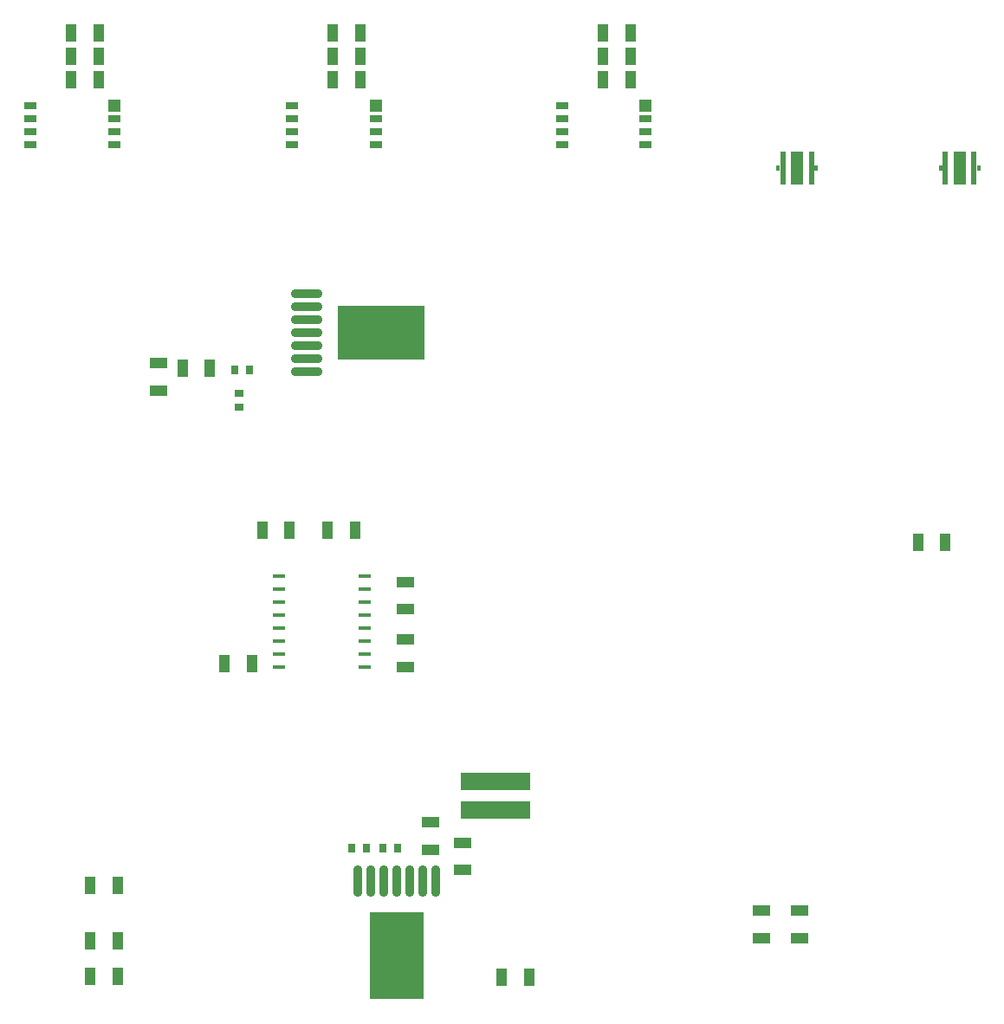
<source format=gtp>
%FSLAX25Y25*%
%MOIN*%
G70*
G01*
G75*
G04 Layer_Color=8421504*
%ADD10R,0.01575X0.01969*%
%ADD11R,0.01969X0.12992*%
%ADD12R,0.05118X0.12992*%
%ADD13R,0.04724X0.03150*%
%ADD14R,0.04724X0.04724*%
%ADD15R,0.04331X0.06693*%
%ADD16R,0.04750X0.01600*%
%ADD17R,0.06693X0.04331*%
%ADD18R,0.03543X0.03150*%
%ADD19R,0.03150X0.03543*%
%ADD20O,0.12047X0.03504*%
%ADD21R,0.33622X0.21063*%
%ADD22O,0.03504X0.12047*%
%ADD23R,0.21063X0.33622*%
%ADD24R,0.26772X0.07087*%
%ADD25C,0.01000*%
%ADD26C,0.05906*%
%ADD27R,0.05906X0.05906*%
%ADD28C,0.19400*%
%ADD29R,0.05906X0.05906*%
%ADD30C,0.05512*%
%ADD31O,0.03937X0.07874*%
%ADD32O,0.03937X0.07874*%
%ADD33C,0.06000*%
%ADD34O,0.07874X0.03937*%
%ADD35O,0.07874X0.03937*%
%ADD36C,0.05000*%
%ADD37C,0.02598*%
%ADD38C,0.00500*%
%ADD39C,0.00787*%
%ADD40C,0.00300*%
%ADD41C,0.00400*%
%ADD42C,0.00333*%
%ADD43C,0.00750*%
D10*
X425443Y334500D02*
D03*
X410877D02*
D03*
X362957D02*
D03*
X348390D02*
D03*
D11*
X423672D02*
D03*
X412648D02*
D03*
X361185D02*
D03*
X350162D02*
D03*
D12*
X418160D02*
D03*
X355673D02*
D03*
D13*
X265123Y343500D02*
D03*
Y348500D02*
D03*
Y353500D02*
D03*
Y358500D02*
D03*
X297406Y353500D02*
D03*
Y343500D02*
D03*
Y348500D02*
D03*
X161315Y343500D02*
D03*
Y348500D02*
D03*
Y353500D02*
D03*
Y358500D02*
D03*
X193599Y353500D02*
D03*
Y343500D02*
D03*
Y348500D02*
D03*
X60500Y343500D02*
D03*
Y348500D02*
D03*
Y353500D02*
D03*
Y358500D02*
D03*
X92783Y353500D02*
D03*
Y343500D02*
D03*
Y348500D02*
D03*
D14*
X297406Y358500D02*
D03*
X193599D02*
D03*
X92783D02*
D03*
D15*
X280808Y386500D02*
D03*
X291438D02*
D03*
Y368500D02*
D03*
X280808D02*
D03*
Y377500D02*
D03*
X291438D02*
D03*
X177000Y386500D02*
D03*
X187630D02*
D03*
Y368500D02*
D03*
X177000D02*
D03*
Y377500D02*
D03*
X187630D02*
D03*
X76185Y386500D02*
D03*
X86815D02*
D03*
Y368500D02*
D03*
X76185D02*
D03*
Y377500D02*
D03*
X86815D02*
D03*
X83685Y58428D02*
D03*
X94315D02*
D03*
X83506Y23212D02*
D03*
X94136D02*
D03*
X83506Y36874D02*
D03*
X94136D02*
D03*
X412752Y190427D02*
D03*
X402122D02*
D03*
X252523Y22977D02*
D03*
X241893D02*
D03*
X129740Y257228D02*
D03*
X119110D02*
D03*
X149781Y195082D02*
D03*
X160411D02*
D03*
X174845D02*
D03*
X185475D02*
D03*
X135197Y143686D02*
D03*
X145827D02*
D03*
D16*
X189298Y152462D02*
D03*
Y157462D02*
D03*
Y162462D02*
D03*
Y177462D02*
D03*
Y172462D02*
D03*
Y167462D02*
D03*
Y147462D02*
D03*
Y142462D02*
D03*
X156298D02*
D03*
Y147462D02*
D03*
Y167462D02*
D03*
Y172462D02*
D03*
Y177462D02*
D03*
Y162462D02*
D03*
Y157462D02*
D03*
Y152462D02*
D03*
D17*
X356603Y48765D02*
D03*
Y38135D02*
D03*
X342021Y38051D02*
D03*
Y48681D02*
D03*
X110075Y259412D02*
D03*
Y248782D02*
D03*
X214742Y82671D02*
D03*
Y72041D02*
D03*
X226958Y64212D02*
D03*
Y74842D02*
D03*
X204795Y152996D02*
D03*
Y142366D02*
D03*
Y175150D02*
D03*
Y164520D02*
D03*
D18*
X140862Y242210D02*
D03*
Y247721D02*
D03*
D19*
X139281Y256837D02*
D03*
X144792D02*
D03*
X184350Y72849D02*
D03*
X189862D02*
D03*
X201855Y72697D02*
D03*
X196343D02*
D03*
D20*
X166949Y285975D02*
D03*
Y280975D02*
D03*
Y275975D02*
D03*
Y270975D02*
D03*
Y265975D02*
D03*
Y260975D02*
D03*
Y255975D02*
D03*
D21*
X195709Y270975D02*
D03*
D22*
X216494Y59977D02*
D03*
X211494D02*
D03*
X206494D02*
D03*
X201494D02*
D03*
X196494D02*
D03*
X191494D02*
D03*
X186494D02*
D03*
D23*
X201494Y31217D02*
D03*
D24*
X239531Y98231D02*
D03*
Y87208D02*
D03*
M02*

</source>
